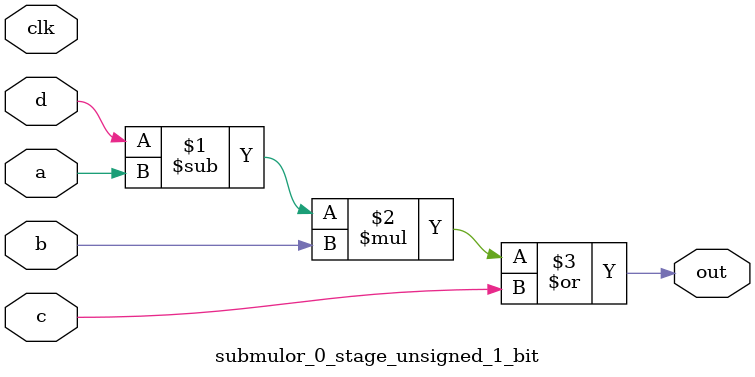
<source format=sv>
(* use_dsp = "yes" *) module submulor_0_stage_unsigned_1_bit(
	input  [0:0] a,
	input  [0:0] b,
	input  [0:0] c,
	input  [0:0] d,
	output [0:0] out,
	input clk);

	assign out = ((d - a) * b) | c;
endmodule

</source>
